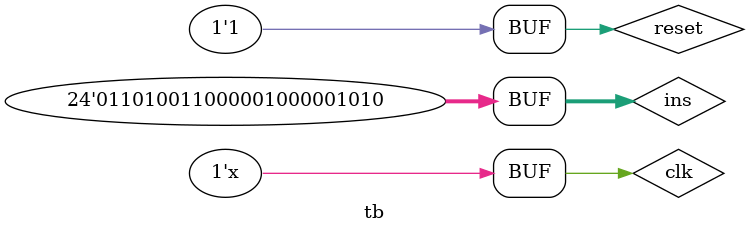
<source format=v>
`timescale 1ns / 1ps


module tb;

	// Inputs
	reg [23:0] ins;
	reg clk;
	reg reset;

	// Outputs
	wire [7:0] imm;
	wire [4:0] RW_dm;
	wire [4:0] op_dec;
	wire [1:0] mux_sel_A;
	wire [1:0] mux_sel_B;
	wire imm_sel;
	wire mem_en_ex;
	wire mem_rw_ex;
	wire mem_mux_sel_dm;

	// Instantiate the Unit Under Test (UUT)
	Dependency_Check_Block uut (
		.ins(ins), 
		.clk(clk), 
		.reset(reset), 
		.imm(imm), 
		.RW_dm(RW_dm), 
		.op_dec(op_dec), 
		.mux_sel_A(mux_sel_A), 
		.mux_sel_B(mux_sel_B), 
		.imm_sel(imm_sel), 
		.mem_en_ex(mem_en_ex), 
		.mem_rw_ex(mem_rw_ex), 
		.mem_mux_sel_dm(mem_mux_sel_dm)
	);
	
	 
	initial begin
		// Initialize Inputs
		
		ins = 24'b00000_00000_00000_00000_0000;
		reset = 1;
		clk = 0;
      #200;						//0.2us
		reset = 0;
		#600;						//0.8us
		reset = 1;
	
		#500;						//1.3us
		ins = 24'b00000_00001_00010_00011_0000;
		
		#1000;					//2.3us
		ins = 24'b10100_00100_00001_00000_0000;
		
		#1000;					//3.3us
		ins = 24'b10100_00100_00001_00000_0000; 
		
		#1000;					//4.3us
		ins = 24'b00100_00101_00001_00100_0000;
		
		#1000;					//5.3us
		ins = 24'b01101_00110_00001_00000101_0;

	end
	
	 always #500 clk = ~clk;
	
		
      
endmodule


</source>
